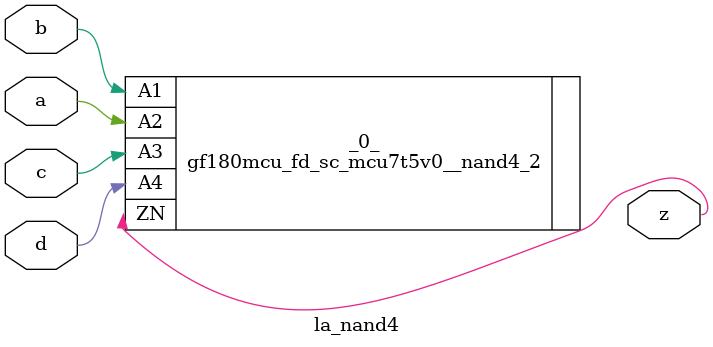
<source format=v>

/* Generated by Yosys 0.37 (git sha1 a5c7f69ed, clang 14.0.0-1ubuntu1.1 -fPIC -Os) */

module la_nand4(a, b, c, d, z);
  input a;
  wire a;
  input b;
  wire b;
  input c;
  wire c;
  input d;
  wire d;
  output z;
  wire z;
  gf180mcu_fd_sc_mcu7t5v0__nand4_2 _0_ (
    .A1(b),
    .A2(a),
    .A3(c),
    .A4(d),
    .ZN(z)
  );
endmodule

</source>
